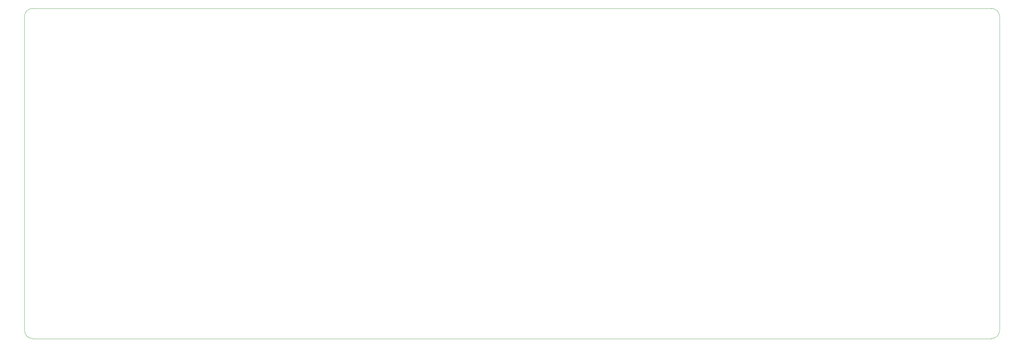
<source format=gm1>
G04 #@! TF.GenerationSoftware,KiCad,Pcbnew,(5.1.4-0-10_14)*
G04 #@! TF.CreationDate,2020-01-19T01:37:34+09:00*
G04 #@! TF.ProjectId,dombrick60d,646f6d62-7269-4636-9b36-30642e6b6963,rev?*
G04 #@! TF.SameCoordinates,Original*
G04 #@! TF.FileFunction,Profile,NP*
%FSLAX46Y46*%
G04 Gerber Fmt 4.6, Leading zero omitted, Abs format (unit mm)*
G04 Created by KiCad (PCBNEW (5.1.4-0-10_14)) date 2020-01-19 01:37:34*
%MOMM*%
%LPD*%
G04 APERTURE LIST*
%ADD10C,0.050000*%
G04 APERTURE END LIST*
D10*
X23812500Y-26193750D02*
G75*
G02X26193750Y-23812500I2381250J0D01*
G01*
X26193750Y-119062500D02*
G75*
G02X23812500Y-116681250I0J2381250D01*
G01*
X304800000Y-116681250D02*
G75*
G02X302418750Y-119062500I-2381250J0D01*
G01*
X302418750Y-23812500D02*
G75*
G02X304800000Y-26193750I0J-2381250D01*
G01*
X23812500Y-116681250D02*
X23812500Y-26193750D01*
X302418750Y-119062500D02*
X26193750Y-119062500D01*
X304800000Y-26193750D02*
X304800000Y-116681250D01*
X26193750Y-23812500D02*
X302418750Y-23812500D01*
M02*

</source>
